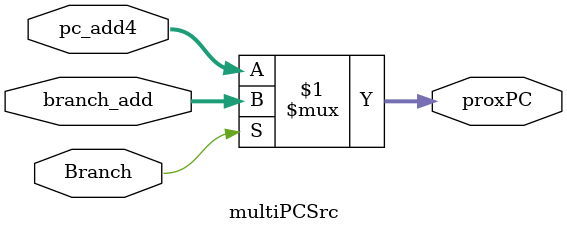
<source format=v>
module multiPCSrc (pc_add4, branch_add, Branch, proxPC);
    input [31:0] pc_add4, branch_add;
    input Branch;
    output [31:0] proxPC;

    assign proxPC = Branch ? branch_add : pc_add4;

endmodule
</source>
